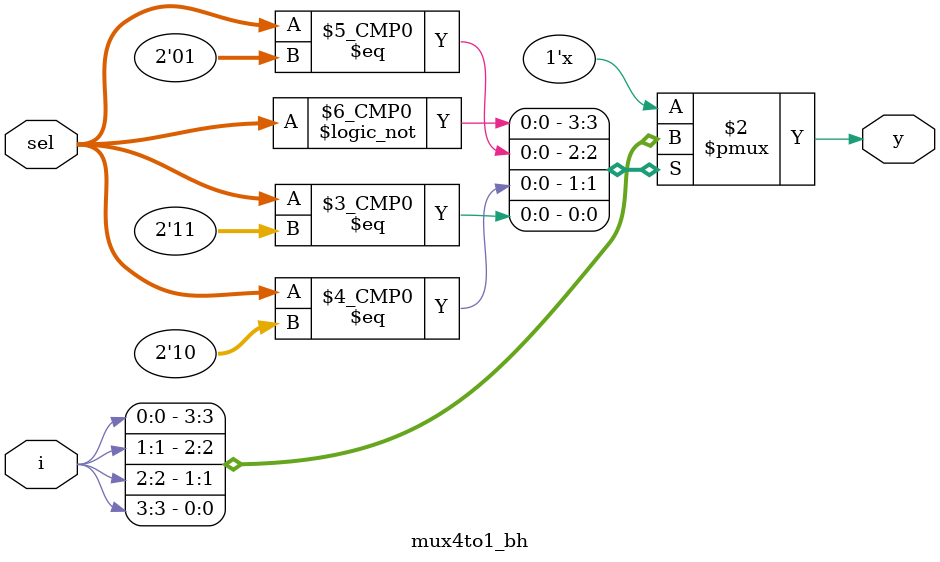
<source format=v>
module mux4to1_bh
(input [3:0]i,
input [1:0]sel,
output reg y);

always @(i,sel)
begin
	case(sel)
		2'b00: y=i[0];
		2'b01: y=i[1];
		2'b10: y=i[2];
		2'b11: y=i[3];
	endcase
end

endmodule 
</source>
